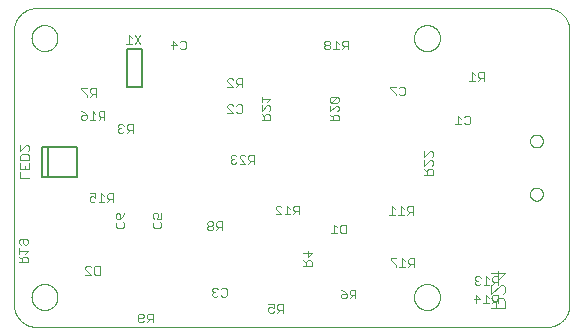
<source format=gbo>
G75*
%MOIN*%
%OFA0B0*%
%FSLAX25Y25*%
%IPPOS*%
%LPD*%
%AMOC8*
5,1,8,0,0,1.08239X$1,22.5*
%
%ADD10C,0.00000*%
%ADD11C,0.00300*%
%ADD12C,0.00500*%
%ADD13C,0.00400*%
D10*
X0114898Y0038933D02*
X0114898Y0130232D01*
X0114900Y0130413D01*
X0114907Y0130594D01*
X0114918Y0130775D01*
X0114933Y0130956D01*
X0114953Y0131136D01*
X0114977Y0131316D01*
X0115005Y0131495D01*
X0115038Y0131673D01*
X0115075Y0131850D01*
X0115116Y0132027D01*
X0115161Y0132202D01*
X0115211Y0132377D01*
X0115265Y0132550D01*
X0115323Y0132721D01*
X0115385Y0132892D01*
X0115452Y0133060D01*
X0115522Y0133227D01*
X0115596Y0133393D01*
X0115675Y0133556D01*
X0115757Y0133717D01*
X0115843Y0133877D01*
X0115933Y0134034D01*
X0116027Y0134189D01*
X0116124Y0134342D01*
X0116226Y0134492D01*
X0116330Y0134640D01*
X0116439Y0134786D01*
X0116550Y0134928D01*
X0116666Y0135068D01*
X0116784Y0135205D01*
X0116906Y0135340D01*
X0117031Y0135471D01*
X0117159Y0135599D01*
X0117290Y0135724D01*
X0117425Y0135846D01*
X0117562Y0135964D01*
X0117702Y0136080D01*
X0117844Y0136191D01*
X0117990Y0136300D01*
X0118138Y0136404D01*
X0118288Y0136506D01*
X0118441Y0136603D01*
X0118596Y0136697D01*
X0118753Y0136787D01*
X0118913Y0136873D01*
X0119074Y0136955D01*
X0119237Y0137034D01*
X0119403Y0137108D01*
X0119570Y0137178D01*
X0119738Y0137245D01*
X0119909Y0137307D01*
X0120080Y0137365D01*
X0120253Y0137419D01*
X0120428Y0137469D01*
X0120603Y0137514D01*
X0120780Y0137555D01*
X0120957Y0137592D01*
X0121135Y0137625D01*
X0121314Y0137653D01*
X0121494Y0137677D01*
X0121674Y0137697D01*
X0121855Y0137712D01*
X0122036Y0137723D01*
X0122217Y0137730D01*
X0122398Y0137732D01*
X0292595Y0137732D01*
X0292776Y0137730D01*
X0292957Y0137723D01*
X0293138Y0137712D01*
X0293319Y0137697D01*
X0293499Y0137677D01*
X0293679Y0137653D01*
X0293858Y0137625D01*
X0294036Y0137592D01*
X0294213Y0137555D01*
X0294390Y0137514D01*
X0294565Y0137469D01*
X0294740Y0137419D01*
X0294913Y0137365D01*
X0295084Y0137307D01*
X0295255Y0137245D01*
X0295423Y0137178D01*
X0295590Y0137108D01*
X0295756Y0137034D01*
X0295919Y0136955D01*
X0296080Y0136873D01*
X0296240Y0136787D01*
X0296397Y0136697D01*
X0296552Y0136603D01*
X0296705Y0136506D01*
X0296855Y0136404D01*
X0297003Y0136300D01*
X0297149Y0136191D01*
X0297291Y0136080D01*
X0297431Y0135964D01*
X0297568Y0135846D01*
X0297703Y0135724D01*
X0297834Y0135599D01*
X0297962Y0135471D01*
X0298087Y0135340D01*
X0298209Y0135205D01*
X0298327Y0135068D01*
X0298443Y0134928D01*
X0298554Y0134786D01*
X0298663Y0134640D01*
X0298767Y0134492D01*
X0298869Y0134342D01*
X0298966Y0134189D01*
X0299060Y0134034D01*
X0299150Y0133877D01*
X0299236Y0133717D01*
X0299318Y0133556D01*
X0299397Y0133393D01*
X0299471Y0133227D01*
X0299541Y0133060D01*
X0299608Y0132892D01*
X0299670Y0132721D01*
X0299728Y0132550D01*
X0299782Y0132377D01*
X0299832Y0132202D01*
X0299877Y0132027D01*
X0299918Y0131850D01*
X0299955Y0131673D01*
X0299988Y0131495D01*
X0300016Y0131316D01*
X0300040Y0131136D01*
X0300060Y0130956D01*
X0300075Y0130775D01*
X0300086Y0130594D01*
X0300093Y0130413D01*
X0300095Y0130232D01*
X0300095Y0038933D01*
X0300093Y0038752D01*
X0300086Y0038571D01*
X0300075Y0038390D01*
X0300060Y0038209D01*
X0300040Y0038029D01*
X0300016Y0037849D01*
X0299988Y0037670D01*
X0299955Y0037492D01*
X0299918Y0037315D01*
X0299877Y0037138D01*
X0299832Y0036963D01*
X0299782Y0036788D01*
X0299728Y0036615D01*
X0299670Y0036444D01*
X0299608Y0036273D01*
X0299541Y0036105D01*
X0299471Y0035938D01*
X0299397Y0035772D01*
X0299318Y0035609D01*
X0299236Y0035448D01*
X0299150Y0035288D01*
X0299060Y0035131D01*
X0298966Y0034976D01*
X0298869Y0034823D01*
X0298767Y0034673D01*
X0298663Y0034525D01*
X0298554Y0034379D01*
X0298443Y0034237D01*
X0298327Y0034097D01*
X0298209Y0033960D01*
X0298087Y0033825D01*
X0297962Y0033694D01*
X0297834Y0033566D01*
X0297703Y0033441D01*
X0297568Y0033319D01*
X0297431Y0033201D01*
X0297291Y0033085D01*
X0297149Y0032974D01*
X0297003Y0032865D01*
X0296855Y0032761D01*
X0296705Y0032659D01*
X0296552Y0032562D01*
X0296397Y0032468D01*
X0296240Y0032378D01*
X0296080Y0032292D01*
X0295919Y0032210D01*
X0295756Y0032131D01*
X0295590Y0032057D01*
X0295423Y0031987D01*
X0295255Y0031920D01*
X0295084Y0031858D01*
X0294913Y0031800D01*
X0294740Y0031746D01*
X0294565Y0031696D01*
X0294390Y0031651D01*
X0294213Y0031610D01*
X0294036Y0031573D01*
X0293858Y0031540D01*
X0293679Y0031512D01*
X0293499Y0031488D01*
X0293319Y0031468D01*
X0293138Y0031453D01*
X0292957Y0031442D01*
X0292776Y0031435D01*
X0292595Y0031433D01*
X0122398Y0031433D01*
X0122217Y0031435D01*
X0122036Y0031442D01*
X0121855Y0031453D01*
X0121674Y0031468D01*
X0121494Y0031488D01*
X0121314Y0031512D01*
X0121135Y0031540D01*
X0120957Y0031573D01*
X0120780Y0031610D01*
X0120603Y0031651D01*
X0120428Y0031696D01*
X0120253Y0031746D01*
X0120080Y0031800D01*
X0119909Y0031858D01*
X0119738Y0031920D01*
X0119570Y0031987D01*
X0119403Y0032057D01*
X0119237Y0032131D01*
X0119074Y0032210D01*
X0118913Y0032292D01*
X0118753Y0032378D01*
X0118596Y0032468D01*
X0118441Y0032562D01*
X0118288Y0032659D01*
X0118138Y0032761D01*
X0117990Y0032865D01*
X0117844Y0032974D01*
X0117702Y0033085D01*
X0117562Y0033201D01*
X0117425Y0033319D01*
X0117290Y0033441D01*
X0117159Y0033566D01*
X0117031Y0033694D01*
X0116906Y0033825D01*
X0116784Y0033960D01*
X0116666Y0034097D01*
X0116550Y0034237D01*
X0116439Y0034379D01*
X0116330Y0034525D01*
X0116226Y0034673D01*
X0116124Y0034823D01*
X0116027Y0034976D01*
X0115933Y0035131D01*
X0115843Y0035288D01*
X0115757Y0035448D01*
X0115675Y0035609D01*
X0115596Y0035772D01*
X0115522Y0035938D01*
X0115452Y0036105D01*
X0115385Y0036273D01*
X0115323Y0036444D01*
X0115265Y0036615D01*
X0115211Y0036788D01*
X0115161Y0036963D01*
X0115116Y0037138D01*
X0115075Y0037315D01*
X0115038Y0037492D01*
X0115005Y0037670D01*
X0114977Y0037849D01*
X0114953Y0038029D01*
X0114933Y0038209D01*
X0114918Y0038390D01*
X0114907Y0038571D01*
X0114900Y0038752D01*
X0114898Y0038933D01*
X0120764Y0041433D02*
X0120766Y0041564D01*
X0120772Y0041696D01*
X0120782Y0041827D01*
X0120796Y0041958D01*
X0120814Y0042088D01*
X0120836Y0042217D01*
X0120861Y0042346D01*
X0120891Y0042474D01*
X0120925Y0042601D01*
X0120962Y0042728D01*
X0121003Y0042852D01*
X0121048Y0042976D01*
X0121097Y0043098D01*
X0121149Y0043219D01*
X0121205Y0043337D01*
X0121265Y0043455D01*
X0121328Y0043570D01*
X0121395Y0043683D01*
X0121465Y0043795D01*
X0121538Y0043904D01*
X0121614Y0044010D01*
X0121694Y0044115D01*
X0121777Y0044217D01*
X0121863Y0044316D01*
X0121952Y0044413D01*
X0122044Y0044507D01*
X0122139Y0044598D01*
X0122236Y0044687D01*
X0122336Y0044772D01*
X0122439Y0044854D01*
X0122544Y0044933D01*
X0122651Y0045009D01*
X0122761Y0045081D01*
X0122873Y0045150D01*
X0122987Y0045216D01*
X0123102Y0045278D01*
X0123220Y0045337D01*
X0123339Y0045392D01*
X0123460Y0045444D01*
X0123583Y0045491D01*
X0123707Y0045535D01*
X0123832Y0045576D01*
X0123958Y0045612D01*
X0124086Y0045645D01*
X0124214Y0045673D01*
X0124343Y0045698D01*
X0124473Y0045719D01*
X0124603Y0045736D01*
X0124734Y0045749D01*
X0124865Y0045758D01*
X0124996Y0045763D01*
X0125128Y0045764D01*
X0125259Y0045761D01*
X0125391Y0045754D01*
X0125522Y0045743D01*
X0125652Y0045728D01*
X0125782Y0045709D01*
X0125912Y0045686D01*
X0126040Y0045660D01*
X0126168Y0045629D01*
X0126295Y0045594D01*
X0126421Y0045556D01*
X0126545Y0045514D01*
X0126669Y0045468D01*
X0126790Y0045418D01*
X0126910Y0045365D01*
X0127029Y0045308D01*
X0127146Y0045248D01*
X0127260Y0045184D01*
X0127373Y0045116D01*
X0127484Y0045045D01*
X0127593Y0044971D01*
X0127699Y0044894D01*
X0127803Y0044813D01*
X0127904Y0044730D01*
X0128003Y0044643D01*
X0128099Y0044553D01*
X0128192Y0044460D01*
X0128283Y0044365D01*
X0128370Y0044267D01*
X0128455Y0044166D01*
X0128536Y0044063D01*
X0128614Y0043957D01*
X0128689Y0043849D01*
X0128761Y0043739D01*
X0128829Y0043627D01*
X0128894Y0043513D01*
X0128955Y0043396D01*
X0129013Y0043278D01*
X0129067Y0043158D01*
X0129118Y0043037D01*
X0129165Y0042914D01*
X0129208Y0042790D01*
X0129247Y0042665D01*
X0129283Y0042538D01*
X0129314Y0042410D01*
X0129342Y0042282D01*
X0129366Y0042153D01*
X0129386Y0042023D01*
X0129402Y0041892D01*
X0129414Y0041761D01*
X0129422Y0041630D01*
X0129426Y0041499D01*
X0129426Y0041367D01*
X0129422Y0041236D01*
X0129414Y0041105D01*
X0129402Y0040974D01*
X0129386Y0040843D01*
X0129366Y0040713D01*
X0129342Y0040584D01*
X0129314Y0040456D01*
X0129283Y0040328D01*
X0129247Y0040201D01*
X0129208Y0040076D01*
X0129165Y0039952D01*
X0129118Y0039829D01*
X0129067Y0039708D01*
X0129013Y0039588D01*
X0128955Y0039470D01*
X0128894Y0039353D01*
X0128829Y0039239D01*
X0128761Y0039127D01*
X0128689Y0039017D01*
X0128614Y0038909D01*
X0128536Y0038803D01*
X0128455Y0038700D01*
X0128370Y0038599D01*
X0128283Y0038501D01*
X0128192Y0038406D01*
X0128099Y0038313D01*
X0128003Y0038223D01*
X0127904Y0038136D01*
X0127803Y0038053D01*
X0127699Y0037972D01*
X0127593Y0037895D01*
X0127484Y0037821D01*
X0127373Y0037750D01*
X0127261Y0037682D01*
X0127146Y0037618D01*
X0127029Y0037558D01*
X0126910Y0037501D01*
X0126790Y0037448D01*
X0126669Y0037398D01*
X0126545Y0037352D01*
X0126421Y0037310D01*
X0126295Y0037272D01*
X0126168Y0037237D01*
X0126040Y0037206D01*
X0125912Y0037180D01*
X0125782Y0037157D01*
X0125652Y0037138D01*
X0125522Y0037123D01*
X0125391Y0037112D01*
X0125259Y0037105D01*
X0125128Y0037102D01*
X0124996Y0037103D01*
X0124865Y0037108D01*
X0124734Y0037117D01*
X0124603Y0037130D01*
X0124473Y0037147D01*
X0124343Y0037168D01*
X0124214Y0037193D01*
X0124086Y0037221D01*
X0123958Y0037254D01*
X0123832Y0037290D01*
X0123707Y0037331D01*
X0123583Y0037375D01*
X0123460Y0037422D01*
X0123339Y0037474D01*
X0123220Y0037529D01*
X0123102Y0037588D01*
X0122987Y0037650D01*
X0122873Y0037716D01*
X0122761Y0037785D01*
X0122651Y0037857D01*
X0122544Y0037933D01*
X0122439Y0038012D01*
X0122336Y0038094D01*
X0122236Y0038179D01*
X0122139Y0038268D01*
X0122044Y0038359D01*
X0121952Y0038453D01*
X0121863Y0038550D01*
X0121777Y0038649D01*
X0121694Y0038751D01*
X0121614Y0038856D01*
X0121538Y0038962D01*
X0121465Y0039071D01*
X0121395Y0039183D01*
X0121328Y0039296D01*
X0121265Y0039411D01*
X0121205Y0039529D01*
X0121149Y0039647D01*
X0121097Y0039768D01*
X0121048Y0039890D01*
X0121003Y0040014D01*
X0120962Y0040138D01*
X0120925Y0040265D01*
X0120891Y0040392D01*
X0120861Y0040520D01*
X0120836Y0040649D01*
X0120814Y0040778D01*
X0120796Y0040908D01*
X0120782Y0041039D01*
X0120772Y0041170D01*
X0120766Y0041302D01*
X0120764Y0041433D01*
X0248264Y0041433D02*
X0248266Y0041564D01*
X0248272Y0041696D01*
X0248282Y0041827D01*
X0248296Y0041958D01*
X0248314Y0042088D01*
X0248336Y0042217D01*
X0248361Y0042346D01*
X0248391Y0042474D01*
X0248425Y0042601D01*
X0248462Y0042728D01*
X0248503Y0042852D01*
X0248548Y0042976D01*
X0248597Y0043098D01*
X0248649Y0043219D01*
X0248705Y0043337D01*
X0248765Y0043455D01*
X0248828Y0043570D01*
X0248895Y0043683D01*
X0248965Y0043795D01*
X0249038Y0043904D01*
X0249114Y0044010D01*
X0249194Y0044115D01*
X0249277Y0044217D01*
X0249363Y0044316D01*
X0249452Y0044413D01*
X0249544Y0044507D01*
X0249639Y0044598D01*
X0249736Y0044687D01*
X0249836Y0044772D01*
X0249939Y0044854D01*
X0250044Y0044933D01*
X0250151Y0045009D01*
X0250261Y0045081D01*
X0250373Y0045150D01*
X0250487Y0045216D01*
X0250602Y0045278D01*
X0250720Y0045337D01*
X0250839Y0045392D01*
X0250960Y0045444D01*
X0251083Y0045491D01*
X0251207Y0045535D01*
X0251332Y0045576D01*
X0251458Y0045612D01*
X0251586Y0045645D01*
X0251714Y0045673D01*
X0251843Y0045698D01*
X0251973Y0045719D01*
X0252103Y0045736D01*
X0252234Y0045749D01*
X0252365Y0045758D01*
X0252496Y0045763D01*
X0252628Y0045764D01*
X0252759Y0045761D01*
X0252891Y0045754D01*
X0253022Y0045743D01*
X0253152Y0045728D01*
X0253282Y0045709D01*
X0253412Y0045686D01*
X0253540Y0045660D01*
X0253668Y0045629D01*
X0253795Y0045594D01*
X0253921Y0045556D01*
X0254045Y0045514D01*
X0254169Y0045468D01*
X0254290Y0045418D01*
X0254410Y0045365D01*
X0254529Y0045308D01*
X0254646Y0045248D01*
X0254760Y0045184D01*
X0254873Y0045116D01*
X0254984Y0045045D01*
X0255093Y0044971D01*
X0255199Y0044894D01*
X0255303Y0044813D01*
X0255404Y0044730D01*
X0255503Y0044643D01*
X0255599Y0044553D01*
X0255692Y0044460D01*
X0255783Y0044365D01*
X0255870Y0044267D01*
X0255955Y0044166D01*
X0256036Y0044063D01*
X0256114Y0043957D01*
X0256189Y0043849D01*
X0256261Y0043739D01*
X0256329Y0043627D01*
X0256394Y0043513D01*
X0256455Y0043396D01*
X0256513Y0043278D01*
X0256567Y0043158D01*
X0256618Y0043037D01*
X0256665Y0042914D01*
X0256708Y0042790D01*
X0256747Y0042665D01*
X0256783Y0042538D01*
X0256814Y0042410D01*
X0256842Y0042282D01*
X0256866Y0042153D01*
X0256886Y0042023D01*
X0256902Y0041892D01*
X0256914Y0041761D01*
X0256922Y0041630D01*
X0256926Y0041499D01*
X0256926Y0041367D01*
X0256922Y0041236D01*
X0256914Y0041105D01*
X0256902Y0040974D01*
X0256886Y0040843D01*
X0256866Y0040713D01*
X0256842Y0040584D01*
X0256814Y0040456D01*
X0256783Y0040328D01*
X0256747Y0040201D01*
X0256708Y0040076D01*
X0256665Y0039952D01*
X0256618Y0039829D01*
X0256567Y0039708D01*
X0256513Y0039588D01*
X0256455Y0039470D01*
X0256394Y0039353D01*
X0256329Y0039239D01*
X0256261Y0039127D01*
X0256189Y0039017D01*
X0256114Y0038909D01*
X0256036Y0038803D01*
X0255955Y0038700D01*
X0255870Y0038599D01*
X0255783Y0038501D01*
X0255692Y0038406D01*
X0255599Y0038313D01*
X0255503Y0038223D01*
X0255404Y0038136D01*
X0255303Y0038053D01*
X0255199Y0037972D01*
X0255093Y0037895D01*
X0254984Y0037821D01*
X0254873Y0037750D01*
X0254761Y0037682D01*
X0254646Y0037618D01*
X0254529Y0037558D01*
X0254410Y0037501D01*
X0254290Y0037448D01*
X0254169Y0037398D01*
X0254045Y0037352D01*
X0253921Y0037310D01*
X0253795Y0037272D01*
X0253668Y0037237D01*
X0253540Y0037206D01*
X0253412Y0037180D01*
X0253282Y0037157D01*
X0253152Y0037138D01*
X0253022Y0037123D01*
X0252891Y0037112D01*
X0252759Y0037105D01*
X0252628Y0037102D01*
X0252496Y0037103D01*
X0252365Y0037108D01*
X0252234Y0037117D01*
X0252103Y0037130D01*
X0251973Y0037147D01*
X0251843Y0037168D01*
X0251714Y0037193D01*
X0251586Y0037221D01*
X0251458Y0037254D01*
X0251332Y0037290D01*
X0251207Y0037331D01*
X0251083Y0037375D01*
X0250960Y0037422D01*
X0250839Y0037474D01*
X0250720Y0037529D01*
X0250602Y0037588D01*
X0250487Y0037650D01*
X0250373Y0037716D01*
X0250261Y0037785D01*
X0250151Y0037857D01*
X0250044Y0037933D01*
X0249939Y0038012D01*
X0249836Y0038094D01*
X0249736Y0038179D01*
X0249639Y0038268D01*
X0249544Y0038359D01*
X0249452Y0038453D01*
X0249363Y0038550D01*
X0249277Y0038649D01*
X0249194Y0038751D01*
X0249114Y0038856D01*
X0249038Y0038962D01*
X0248965Y0039071D01*
X0248895Y0039183D01*
X0248828Y0039296D01*
X0248765Y0039411D01*
X0248705Y0039529D01*
X0248649Y0039647D01*
X0248597Y0039768D01*
X0248548Y0039890D01*
X0248503Y0040014D01*
X0248462Y0040138D01*
X0248425Y0040265D01*
X0248391Y0040392D01*
X0248361Y0040520D01*
X0248336Y0040649D01*
X0248314Y0040778D01*
X0248296Y0040908D01*
X0248282Y0041039D01*
X0248272Y0041170D01*
X0248266Y0041302D01*
X0248264Y0041433D01*
X0286907Y0075724D02*
X0286909Y0075817D01*
X0286915Y0075909D01*
X0286925Y0076001D01*
X0286939Y0076092D01*
X0286956Y0076183D01*
X0286978Y0076273D01*
X0287003Y0076362D01*
X0287032Y0076450D01*
X0287065Y0076536D01*
X0287102Y0076621D01*
X0287142Y0076705D01*
X0287186Y0076786D01*
X0287233Y0076866D01*
X0287283Y0076944D01*
X0287337Y0077019D01*
X0287394Y0077092D01*
X0287454Y0077162D01*
X0287517Y0077230D01*
X0287583Y0077295D01*
X0287651Y0077357D01*
X0287722Y0077417D01*
X0287796Y0077473D01*
X0287872Y0077526D01*
X0287950Y0077575D01*
X0288030Y0077622D01*
X0288112Y0077664D01*
X0288196Y0077704D01*
X0288281Y0077739D01*
X0288368Y0077771D01*
X0288456Y0077800D01*
X0288545Y0077824D01*
X0288635Y0077845D01*
X0288726Y0077861D01*
X0288818Y0077874D01*
X0288910Y0077883D01*
X0289003Y0077888D01*
X0289095Y0077889D01*
X0289188Y0077886D01*
X0289280Y0077879D01*
X0289372Y0077868D01*
X0289463Y0077853D01*
X0289554Y0077835D01*
X0289644Y0077812D01*
X0289732Y0077786D01*
X0289820Y0077756D01*
X0289906Y0077722D01*
X0289990Y0077685D01*
X0290073Y0077643D01*
X0290154Y0077599D01*
X0290234Y0077551D01*
X0290311Y0077500D01*
X0290385Y0077445D01*
X0290458Y0077387D01*
X0290528Y0077327D01*
X0290595Y0077263D01*
X0290659Y0077197D01*
X0290721Y0077127D01*
X0290779Y0077056D01*
X0290834Y0076982D01*
X0290886Y0076905D01*
X0290935Y0076826D01*
X0290981Y0076746D01*
X0291023Y0076663D01*
X0291061Y0076579D01*
X0291096Y0076493D01*
X0291127Y0076406D01*
X0291154Y0076318D01*
X0291177Y0076228D01*
X0291197Y0076138D01*
X0291213Y0076047D01*
X0291225Y0075955D01*
X0291233Y0075863D01*
X0291237Y0075770D01*
X0291237Y0075678D01*
X0291233Y0075585D01*
X0291225Y0075493D01*
X0291213Y0075401D01*
X0291197Y0075310D01*
X0291177Y0075220D01*
X0291154Y0075130D01*
X0291127Y0075042D01*
X0291096Y0074955D01*
X0291061Y0074869D01*
X0291023Y0074785D01*
X0290981Y0074702D01*
X0290935Y0074622D01*
X0290886Y0074543D01*
X0290834Y0074466D01*
X0290779Y0074392D01*
X0290721Y0074321D01*
X0290659Y0074251D01*
X0290595Y0074185D01*
X0290528Y0074121D01*
X0290458Y0074061D01*
X0290385Y0074003D01*
X0290311Y0073948D01*
X0290234Y0073897D01*
X0290155Y0073849D01*
X0290073Y0073805D01*
X0289990Y0073763D01*
X0289906Y0073726D01*
X0289820Y0073692D01*
X0289732Y0073662D01*
X0289644Y0073636D01*
X0289554Y0073613D01*
X0289463Y0073595D01*
X0289372Y0073580D01*
X0289280Y0073569D01*
X0289188Y0073562D01*
X0289095Y0073559D01*
X0289003Y0073560D01*
X0288910Y0073565D01*
X0288818Y0073574D01*
X0288726Y0073587D01*
X0288635Y0073603D01*
X0288545Y0073624D01*
X0288456Y0073648D01*
X0288368Y0073677D01*
X0288281Y0073709D01*
X0288196Y0073744D01*
X0288112Y0073784D01*
X0288030Y0073826D01*
X0287950Y0073873D01*
X0287872Y0073922D01*
X0287796Y0073975D01*
X0287722Y0074031D01*
X0287651Y0074091D01*
X0287583Y0074153D01*
X0287517Y0074218D01*
X0287454Y0074286D01*
X0287394Y0074356D01*
X0287337Y0074429D01*
X0287283Y0074504D01*
X0287233Y0074582D01*
X0287186Y0074662D01*
X0287142Y0074743D01*
X0287102Y0074827D01*
X0287065Y0074912D01*
X0287032Y0074998D01*
X0287003Y0075086D01*
X0286978Y0075175D01*
X0286956Y0075265D01*
X0286939Y0075356D01*
X0286925Y0075447D01*
X0286915Y0075539D01*
X0286909Y0075631D01*
X0286907Y0075724D01*
X0286907Y0093441D02*
X0286909Y0093534D01*
X0286915Y0093626D01*
X0286925Y0093718D01*
X0286939Y0093809D01*
X0286956Y0093900D01*
X0286978Y0093990D01*
X0287003Y0094079D01*
X0287032Y0094167D01*
X0287065Y0094253D01*
X0287102Y0094338D01*
X0287142Y0094422D01*
X0287186Y0094503D01*
X0287233Y0094583D01*
X0287283Y0094661D01*
X0287337Y0094736D01*
X0287394Y0094809D01*
X0287454Y0094879D01*
X0287517Y0094947D01*
X0287583Y0095012D01*
X0287651Y0095074D01*
X0287722Y0095134D01*
X0287796Y0095190D01*
X0287872Y0095243D01*
X0287950Y0095292D01*
X0288030Y0095339D01*
X0288112Y0095381D01*
X0288196Y0095421D01*
X0288281Y0095456D01*
X0288368Y0095488D01*
X0288456Y0095517D01*
X0288545Y0095541D01*
X0288635Y0095562D01*
X0288726Y0095578D01*
X0288818Y0095591D01*
X0288910Y0095600D01*
X0289003Y0095605D01*
X0289095Y0095606D01*
X0289188Y0095603D01*
X0289280Y0095596D01*
X0289372Y0095585D01*
X0289463Y0095570D01*
X0289554Y0095552D01*
X0289644Y0095529D01*
X0289732Y0095503D01*
X0289820Y0095473D01*
X0289906Y0095439D01*
X0289990Y0095402D01*
X0290073Y0095360D01*
X0290154Y0095316D01*
X0290234Y0095268D01*
X0290311Y0095217D01*
X0290385Y0095162D01*
X0290458Y0095104D01*
X0290528Y0095044D01*
X0290595Y0094980D01*
X0290659Y0094914D01*
X0290721Y0094844D01*
X0290779Y0094773D01*
X0290834Y0094699D01*
X0290886Y0094622D01*
X0290935Y0094543D01*
X0290981Y0094463D01*
X0291023Y0094380D01*
X0291061Y0094296D01*
X0291096Y0094210D01*
X0291127Y0094123D01*
X0291154Y0094035D01*
X0291177Y0093945D01*
X0291197Y0093855D01*
X0291213Y0093764D01*
X0291225Y0093672D01*
X0291233Y0093580D01*
X0291237Y0093487D01*
X0291237Y0093395D01*
X0291233Y0093302D01*
X0291225Y0093210D01*
X0291213Y0093118D01*
X0291197Y0093027D01*
X0291177Y0092937D01*
X0291154Y0092847D01*
X0291127Y0092759D01*
X0291096Y0092672D01*
X0291061Y0092586D01*
X0291023Y0092502D01*
X0290981Y0092419D01*
X0290935Y0092339D01*
X0290886Y0092260D01*
X0290834Y0092183D01*
X0290779Y0092109D01*
X0290721Y0092038D01*
X0290659Y0091968D01*
X0290595Y0091902D01*
X0290528Y0091838D01*
X0290458Y0091778D01*
X0290385Y0091720D01*
X0290311Y0091665D01*
X0290234Y0091614D01*
X0290155Y0091566D01*
X0290073Y0091522D01*
X0289990Y0091480D01*
X0289906Y0091443D01*
X0289820Y0091409D01*
X0289732Y0091379D01*
X0289644Y0091353D01*
X0289554Y0091330D01*
X0289463Y0091312D01*
X0289372Y0091297D01*
X0289280Y0091286D01*
X0289188Y0091279D01*
X0289095Y0091276D01*
X0289003Y0091277D01*
X0288910Y0091282D01*
X0288818Y0091291D01*
X0288726Y0091304D01*
X0288635Y0091320D01*
X0288545Y0091341D01*
X0288456Y0091365D01*
X0288368Y0091394D01*
X0288281Y0091426D01*
X0288196Y0091461D01*
X0288112Y0091501D01*
X0288030Y0091543D01*
X0287950Y0091590D01*
X0287872Y0091639D01*
X0287796Y0091692D01*
X0287722Y0091748D01*
X0287651Y0091808D01*
X0287583Y0091870D01*
X0287517Y0091935D01*
X0287454Y0092003D01*
X0287394Y0092073D01*
X0287337Y0092146D01*
X0287283Y0092221D01*
X0287233Y0092299D01*
X0287186Y0092379D01*
X0287142Y0092460D01*
X0287102Y0092544D01*
X0287065Y0092629D01*
X0287032Y0092715D01*
X0287003Y0092803D01*
X0286978Y0092892D01*
X0286956Y0092982D01*
X0286939Y0093073D01*
X0286925Y0093164D01*
X0286915Y0093256D01*
X0286909Y0093348D01*
X0286907Y0093441D01*
X0248264Y0127732D02*
X0248266Y0127863D01*
X0248272Y0127995D01*
X0248282Y0128126D01*
X0248296Y0128257D01*
X0248314Y0128387D01*
X0248336Y0128516D01*
X0248361Y0128645D01*
X0248391Y0128773D01*
X0248425Y0128900D01*
X0248462Y0129027D01*
X0248503Y0129151D01*
X0248548Y0129275D01*
X0248597Y0129397D01*
X0248649Y0129518D01*
X0248705Y0129636D01*
X0248765Y0129754D01*
X0248828Y0129869D01*
X0248895Y0129982D01*
X0248965Y0130094D01*
X0249038Y0130203D01*
X0249114Y0130309D01*
X0249194Y0130414D01*
X0249277Y0130516D01*
X0249363Y0130615D01*
X0249452Y0130712D01*
X0249544Y0130806D01*
X0249639Y0130897D01*
X0249736Y0130986D01*
X0249836Y0131071D01*
X0249939Y0131153D01*
X0250044Y0131232D01*
X0250151Y0131308D01*
X0250261Y0131380D01*
X0250373Y0131449D01*
X0250487Y0131515D01*
X0250602Y0131577D01*
X0250720Y0131636D01*
X0250839Y0131691D01*
X0250960Y0131743D01*
X0251083Y0131790D01*
X0251207Y0131834D01*
X0251332Y0131875D01*
X0251458Y0131911D01*
X0251586Y0131944D01*
X0251714Y0131972D01*
X0251843Y0131997D01*
X0251973Y0132018D01*
X0252103Y0132035D01*
X0252234Y0132048D01*
X0252365Y0132057D01*
X0252496Y0132062D01*
X0252628Y0132063D01*
X0252759Y0132060D01*
X0252891Y0132053D01*
X0253022Y0132042D01*
X0253152Y0132027D01*
X0253282Y0132008D01*
X0253412Y0131985D01*
X0253540Y0131959D01*
X0253668Y0131928D01*
X0253795Y0131893D01*
X0253921Y0131855D01*
X0254045Y0131813D01*
X0254169Y0131767D01*
X0254290Y0131717D01*
X0254410Y0131664D01*
X0254529Y0131607D01*
X0254646Y0131547D01*
X0254760Y0131483D01*
X0254873Y0131415D01*
X0254984Y0131344D01*
X0255093Y0131270D01*
X0255199Y0131193D01*
X0255303Y0131112D01*
X0255404Y0131029D01*
X0255503Y0130942D01*
X0255599Y0130852D01*
X0255692Y0130759D01*
X0255783Y0130664D01*
X0255870Y0130566D01*
X0255955Y0130465D01*
X0256036Y0130362D01*
X0256114Y0130256D01*
X0256189Y0130148D01*
X0256261Y0130038D01*
X0256329Y0129926D01*
X0256394Y0129812D01*
X0256455Y0129695D01*
X0256513Y0129577D01*
X0256567Y0129457D01*
X0256618Y0129336D01*
X0256665Y0129213D01*
X0256708Y0129089D01*
X0256747Y0128964D01*
X0256783Y0128837D01*
X0256814Y0128709D01*
X0256842Y0128581D01*
X0256866Y0128452D01*
X0256886Y0128322D01*
X0256902Y0128191D01*
X0256914Y0128060D01*
X0256922Y0127929D01*
X0256926Y0127798D01*
X0256926Y0127666D01*
X0256922Y0127535D01*
X0256914Y0127404D01*
X0256902Y0127273D01*
X0256886Y0127142D01*
X0256866Y0127012D01*
X0256842Y0126883D01*
X0256814Y0126755D01*
X0256783Y0126627D01*
X0256747Y0126500D01*
X0256708Y0126375D01*
X0256665Y0126251D01*
X0256618Y0126128D01*
X0256567Y0126007D01*
X0256513Y0125887D01*
X0256455Y0125769D01*
X0256394Y0125652D01*
X0256329Y0125538D01*
X0256261Y0125426D01*
X0256189Y0125316D01*
X0256114Y0125208D01*
X0256036Y0125102D01*
X0255955Y0124999D01*
X0255870Y0124898D01*
X0255783Y0124800D01*
X0255692Y0124705D01*
X0255599Y0124612D01*
X0255503Y0124522D01*
X0255404Y0124435D01*
X0255303Y0124352D01*
X0255199Y0124271D01*
X0255093Y0124194D01*
X0254984Y0124120D01*
X0254873Y0124049D01*
X0254761Y0123981D01*
X0254646Y0123917D01*
X0254529Y0123857D01*
X0254410Y0123800D01*
X0254290Y0123747D01*
X0254169Y0123697D01*
X0254045Y0123651D01*
X0253921Y0123609D01*
X0253795Y0123571D01*
X0253668Y0123536D01*
X0253540Y0123505D01*
X0253412Y0123479D01*
X0253282Y0123456D01*
X0253152Y0123437D01*
X0253022Y0123422D01*
X0252891Y0123411D01*
X0252759Y0123404D01*
X0252628Y0123401D01*
X0252496Y0123402D01*
X0252365Y0123407D01*
X0252234Y0123416D01*
X0252103Y0123429D01*
X0251973Y0123446D01*
X0251843Y0123467D01*
X0251714Y0123492D01*
X0251586Y0123520D01*
X0251458Y0123553D01*
X0251332Y0123589D01*
X0251207Y0123630D01*
X0251083Y0123674D01*
X0250960Y0123721D01*
X0250839Y0123773D01*
X0250720Y0123828D01*
X0250602Y0123887D01*
X0250487Y0123949D01*
X0250373Y0124015D01*
X0250261Y0124084D01*
X0250151Y0124156D01*
X0250044Y0124232D01*
X0249939Y0124311D01*
X0249836Y0124393D01*
X0249736Y0124478D01*
X0249639Y0124567D01*
X0249544Y0124658D01*
X0249452Y0124752D01*
X0249363Y0124849D01*
X0249277Y0124948D01*
X0249194Y0125050D01*
X0249114Y0125155D01*
X0249038Y0125261D01*
X0248965Y0125370D01*
X0248895Y0125482D01*
X0248828Y0125595D01*
X0248765Y0125710D01*
X0248705Y0125828D01*
X0248649Y0125946D01*
X0248597Y0126067D01*
X0248548Y0126189D01*
X0248503Y0126313D01*
X0248462Y0126437D01*
X0248425Y0126564D01*
X0248391Y0126691D01*
X0248361Y0126819D01*
X0248336Y0126948D01*
X0248314Y0127077D01*
X0248296Y0127207D01*
X0248282Y0127338D01*
X0248272Y0127469D01*
X0248266Y0127601D01*
X0248264Y0127732D01*
X0120764Y0127732D02*
X0120766Y0127863D01*
X0120772Y0127995D01*
X0120782Y0128126D01*
X0120796Y0128257D01*
X0120814Y0128387D01*
X0120836Y0128516D01*
X0120861Y0128645D01*
X0120891Y0128773D01*
X0120925Y0128900D01*
X0120962Y0129027D01*
X0121003Y0129151D01*
X0121048Y0129275D01*
X0121097Y0129397D01*
X0121149Y0129518D01*
X0121205Y0129636D01*
X0121265Y0129754D01*
X0121328Y0129869D01*
X0121395Y0129982D01*
X0121465Y0130094D01*
X0121538Y0130203D01*
X0121614Y0130309D01*
X0121694Y0130414D01*
X0121777Y0130516D01*
X0121863Y0130615D01*
X0121952Y0130712D01*
X0122044Y0130806D01*
X0122139Y0130897D01*
X0122236Y0130986D01*
X0122336Y0131071D01*
X0122439Y0131153D01*
X0122544Y0131232D01*
X0122651Y0131308D01*
X0122761Y0131380D01*
X0122873Y0131449D01*
X0122987Y0131515D01*
X0123102Y0131577D01*
X0123220Y0131636D01*
X0123339Y0131691D01*
X0123460Y0131743D01*
X0123583Y0131790D01*
X0123707Y0131834D01*
X0123832Y0131875D01*
X0123958Y0131911D01*
X0124086Y0131944D01*
X0124214Y0131972D01*
X0124343Y0131997D01*
X0124473Y0132018D01*
X0124603Y0132035D01*
X0124734Y0132048D01*
X0124865Y0132057D01*
X0124996Y0132062D01*
X0125128Y0132063D01*
X0125259Y0132060D01*
X0125391Y0132053D01*
X0125522Y0132042D01*
X0125652Y0132027D01*
X0125782Y0132008D01*
X0125912Y0131985D01*
X0126040Y0131959D01*
X0126168Y0131928D01*
X0126295Y0131893D01*
X0126421Y0131855D01*
X0126545Y0131813D01*
X0126669Y0131767D01*
X0126790Y0131717D01*
X0126910Y0131664D01*
X0127029Y0131607D01*
X0127146Y0131547D01*
X0127260Y0131483D01*
X0127373Y0131415D01*
X0127484Y0131344D01*
X0127593Y0131270D01*
X0127699Y0131193D01*
X0127803Y0131112D01*
X0127904Y0131029D01*
X0128003Y0130942D01*
X0128099Y0130852D01*
X0128192Y0130759D01*
X0128283Y0130664D01*
X0128370Y0130566D01*
X0128455Y0130465D01*
X0128536Y0130362D01*
X0128614Y0130256D01*
X0128689Y0130148D01*
X0128761Y0130038D01*
X0128829Y0129926D01*
X0128894Y0129812D01*
X0128955Y0129695D01*
X0129013Y0129577D01*
X0129067Y0129457D01*
X0129118Y0129336D01*
X0129165Y0129213D01*
X0129208Y0129089D01*
X0129247Y0128964D01*
X0129283Y0128837D01*
X0129314Y0128709D01*
X0129342Y0128581D01*
X0129366Y0128452D01*
X0129386Y0128322D01*
X0129402Y0128191D01*
X0129414Y0128060D01*
X0129422Y0127929D01*
X0129426Y0127798D01*
X0129426Y0127666D01*
X0129422Y0127535D01*
X0129414Y0127404D01*
X0129402Y0127273D01*
X0129386Y0127142D01*
X0129366Y0127012D01*
X0129342Y0126883D01*
X0129314Y0126755D01*
X0129283Y0126627D01*
X0129247Y0126500D01*
X0129208Y0126375D01*
X0129165Y0126251D01*
X0129118Y0126128D01*
X0129067Y0126007D01*
X0129013Y0125887D01*
X0128955Y0125769D01*
X0128894Y0125652D01*
X0128829Y0125538D01*
X0128761Y0125426D01*
X0128689Y0125316D01*
X0128614Y0125208D01*
X0128536Y0125102D01*
X0128455Y0124999D01*
X0128370Y0124898D01*
X0128283Y0124800D01*
X0128192Y0124705D01*
X0128099Y0124612D01*
X0128003Y0124522D01*
X0127904Y0124435D01*
X0127803Y0124352D01*
X0127699Y0124271D01*
X0127593Y0124194D01*
X0127484Y0124120D01*
X0127373Y0124049D01*
X0127261Y0123981D01*
X0127146Y0123917D01*
X0127029Y0123857D01*
X0126910Y0123800D01*
X0126790Y0123747D01*
X0126669Y0123697D01*
X0126545Y0123651D01*
X0126421Y0123609D01*
X0126295Y0123571D01*
X0126168Y0123536D01*
X0126040Y0123505D01*
X0125912Y0123479D01*
X0125782Y0123456D01*
X0125652Y0123437D01*
X0125522Y0123422D01*
X0125391Y0123411D01*
X0125259Y0123404D01*
X0125128Y0123401D01*
X0124996Y0123402D01*
X0124865Y0123407D01*
X0124734Y0123416D01*
X0124603Y0123429D01*
X0124473Y0123446D01*
X0124343Y0123467D01*
X0124214Y0123492D01*
X0124086Y0123520D01*
X0123958Y0123553D01*
X0123832Y0123589D01*
X0123707Y0123630D01*
X0123583Y0123674D01*
X0123460Y0123721D01*
X0123339Y0123773D01*
X0123220Y0123828D01*
X0123102Y0123887D01*
X0122987Y0123949D01*
X0122873Y0124015D01*
X0122761Y0124084D01*
X0122651Y0124156D01*
X0122544Y0124232D01*
X0122439Y0124311D01*
X0122336Y0124393D01*
X0122236Y0124478D01*
X0122139Y0124567D01*
X0122044Y0124658D01*
X0121952Y0124752D01*
X0121863Y0124849D01*
X0121777Y0124948D01*
X0121694Y0125050D01*
X0121614Y0125155D01*
X0121538Y0125261D01*
X0121465Y0125370D01*
X0121395Y0125482D01*
X0121328Y0125595D01*
X0121265Y0125710D01*
X0121205Y0125828D01*
X0121149Y0125946D01*
X0121097Y0126067D01*
X0121048Y0126189D01*
X0121003Y0126313D01*
X0120962Y0126437D01*
X0120925Y0126564D01*
X0120891Y0126691D01*
X0120861Y0126819D01*
X0120836Y0126948D01*
X0120814Y0127077D01*
X0120796Y0127207D01*
X0120782Y0127338D01*
X0120772Y0127469D01*
X0120766Y0127601D01*
X0120764Y0127732D01*
D11*
X0152207Y0125883D02*
X0154142Y0125883D01*
X0153174Y0125883D02*
X0153174Y0128786D01*
X0154142Y0127818D01*
X0155153Y0128786D02*
X0157088Y0125883D01*
X0155153Y0125883D02*
X0157088Y0128786D01*
X0167307Y0125434D02*
X0169242Y0125434D01*
X0167790Y0126886D01*
X0167790Y0123983D01*
X0170253Y0124467D02*
X0170737Y0123983D01*
X0171704Y0123983D01*
X0172188Y0124467D01*
X0172188Y0126402D01*
X0171704Y0126886D01*
X0170737Y0126886D01*
X0170253Y0126402D01*
X0186064Y0113852D02*
X0186547Y0114336D01*
X0187515Y0114336D01*
X0187999Y0113852D01*
X0189010Y0113852D02*
X0189010Y0112884D01*
X0189494Y0112401D01*
X0190945Y0112401D01*
X0189978Y0112401D02*
X0189010Y0111433D01*
X0187999Y0111433D02*
X0186064Y0113368D01*
X0186064Y0113852D01*
X0189010Y0113852D02*
X0189494Y0114336D01*
X0190945Y0114336D01*
X0190945Y0111433D01*
X0187999Y0111433D02*
X0186064Y0111433D01*
X0197445Y0108261D02*
X0197445Y0106326D01*
X0197445Y0107294D02*
X0200348Y0107294D01*
X0199380Y0106326D01*
X0199380Y0105315D02*
X0199864Y0105315D01*
X0200348Y0104831D01*
X0200348Y0103863D01*
X0199864Y0103380D01*
X0199864Y0102368D02*
X0198896Y0102368D01*
X0198413Y0101884D01*
X0198413Y0100433D01*
X0198413Y0101401D02*
X0197445Y0102368D01*
X0197445Y0103380D02*
X0199380Y0105315D01*
X0197445Y0105315D02*
X0197445Y0103380D01*
X0199864Y0102368D02*
X0200348Y0101884D01*
X0200348Y0100433D01*
X0197445Y0100433D01*
X0190945Y0103267D02*
X0190461Y0102783D01*
X0189494Y0102783D01*
X0189010Y0103267D01*
X0187999Y0102783D02*
X0186064Y0104718D01*
X0186064Y0105202D01*
X0186547Y0105686D01*
X0187515Y0105686D01*
X0187999Y0105202D01*
X0189010Y0105202D02*
X0189494Y0105686D01*
X0190461Y0105686D01*
X0190945Y0105202D01*
X0190945Y0103267D01*
X0187999Y0102783D02*
X0186064Y0102783D01*
X0154445Y0099086D02*
X0154445Y0096183D01*
X0154445Y0097151D02*
X0152994Y0097151D01*
X0152510Y0097634D01*
X0152510Y0098602D01*
X0152994Y0099086D01*
X0154445Y0099086D01*
X0153478Y0097151D02*
X0152510Y0096183D01*
X0151499Y0096667D02*
X0151015Y0096183D01*
X0150047Y0096183D01*
X0149564Y0096667D01*
X0149564Y0097151D01*
X0150047Y0097634D01*
X0150531Y0097634D01*
X0150047Y0097634D02*
X0149564Y0098118D01*
X0149564Y0098602D01*
X0150047Y0099086D01*
X0151015Y0099086D01*
X0151499Y0098602D01*
X0145035Y0100533D02*
X0145035Y0103436D01*
X0143583Y0103436D01*
X0143100Y0102952D01*
X0143100Y0101984D01*
X0143583Y0101501D01*
X0145035Y0101501D01*
X0144067Y0101501D02*
X0143100Y0100533D01*
X0142088Y0100533D02*
X0140153Y0100533D01*
X0141121Y0100533D02*
X0141121Y0103436D01*
X0142088Y0102468D01*
X0139142Y0101984D02*
X0137690Y0101984D01*
X0137207Y0101501D01*
X0137207Y0101017D01*
X0137690Y0100533D01*
X0138658Y0100533D01*
X0139142Y0101017D01*
X0139142Y0101984D01*
X0138174Y0102952D01*
X0137207Y0103436D01*
X0139342Y0108233D02*
X0139342Y0108717D01*
X0137407Y0110652D01*
X0137407Y0111136D01*
X0139342Y0111136D01*
X0140353Y0110652D02*
X0140353Y0109684D01*
X0140837Y0109201D01*
X0142288Y0109201D01*
X0141321Y0109201D02*
X0140353Y0108233D01*
X0142288Y0108233D02*
X0142288Y0111136D01*
X0140837Y0111136D01*
X0140353Y0110652D01*
X0119998Y0091474D02*
X0119998Y0090506D01*
X0119514Y0090023D01*
X0119514Y0089011D02*
X0117579Y0089011D01*
X0117095Y0088527D01*
X0117095Y0087076D01*
X0119998Y0087076D01*
X0119998Y0088527D01*
X0119514Y0089011D01*
X0117095Y0090023D02*
X0119030Y0091958D01*
X0119514Y0091958D01*
X0119998Y0091474D01*
X0117095Y0091958D02*
X0117095Y0090023D01*
X0117095Y0086065D02*
X0117095Y0084130D01*
X0119998Y0084130D01*
X0119998Y0086065D01*
X0118546Y0085097D02*
X0118546Y0084130D01*
X0117095Y0083118D02*
X0117095Y0081183D01*
X0119998Y0081183D01*
X0140157Y0075986D02*
X0142092Y0075986D01*
X0142092Y0074534D01*
X0141124Y0075018D01*
X0140640Y0075018D01*
X0140157Y0074534D01*
X0140157Y0073567D01*
X0140640Y0073083D01*
X0141608Y0073083D01*
X0142092Y0073567D01*
X0143103Y0073083D02*
X0145038Y0073083D01*
X0144071Y0073083D02*
X0144071Y0075986D01*
X0145038Y0075018D01*
X0146050Y0074534D02*
X0146533Y0074051D01*
X0147985Y0074051D01*
X0147017Y0074051D02*
X0146050Y0073083D01*
X0146050Y0074534D02*
X0146050Y0075502D01*
X0146533Y0075986D01*
X0147985Y0075986D01*
X0147985Y0073083D01*
X0149329Y0069372D02*
X0149813Y0069372D01*
X0150296Y0068888D01*
X0150296Y0067437D01*
X0149329Y0067437D01*
X0148845Y0067920D01*
X0148845Y0068888D01*
X0149329Y0069372D01*
X0151264Y0068404D02*
X0150296Y0067437D01*
X0151264Y0068404D02*
X0151748Y0069372D01*
X0151264Y0066425D02*
X0151748Y0065941D01*
X0151748Y0064974D01*
X0151264Y0064490D01*
X0149329Y0064490D01*
X0148845Y0064974D01*
X0148845Y0065941D01*
X0149329Y0066425D01*
X0161145Y0066041D02*
X0161145Y0065074D01*
X0161629Y0064590D01*
X0163564Y0064590D01*
X0164048Y0065074D01*
X0164048Y0066041D01*
X0163564Y0066525D01*
X0164048Y0067537D02*
X0162596Y0067537D01*
X0163080Y0068504D01*
X0163080Y0068988D01*
X0162596Y0069472D01*
X0161629Y0069472D01*
X0161145Y0068988D01*
X0161145Y0068020D01*
X0161629Y0067537D01*
X0161629Y0066525D02*
X0161145Y0066041D01*
X0164048Y0067537D02*
X0164048Y0069472D01*
X0179364Y0066202D02*
X0179364Y0065718D01*
X0179847Y0065234D01*
X0180815Y0065234D01*
X0181299Y0065718D01*
X0181299Y0066202D01*
X0180815Y0066686D01*
X0179847Y0066686D01*
X0179364Y0066202D01*
X0179847Y0065234D02*
X0179364Y0064751D01*
X0179364Y0064267D01*
X0179847Y0063783D01*
X0180815Y0063783D01*
X0181299Y0064267D01*
X0181299Y0064751D01*
X0180815Y0065234D01*
X0182310Y0065234D02*
X0182794Y0064751D01*
X0184245Y0064751D01*
X0183278Y0064751D02*
X0182310Y0063783D01*
X0182310Y0065234D02*
X0182310Y0066202D01*
X0182794Y0066686D01*
X0184245Y0066686D01*
X0184245Y0063783D01*
X0202157Y0068983D02*
X0204092Y0068983D01*
X0202157Y0070918D01*
X0202157Y0071402D01*
X0202640Y0071886D01*
X0203608Y0071886D01*
X0204092Y0071402D01*
X0206071Y0071886D02*
X0207038Y0070918D01*
X0208050Y0070434D02*
X0208533Y0069951D01*
X0209985Y0069951D01*
X0209017Y0069951D02*
X0208050Y0068983D01*
X0207038Y0068983D02*
X0205103Y0068983D01*
X0206071Y0068983D02*
X0206071Y0071886D01*
X0208050Y0071402D02*
X0208050Y0070434D01*
X0208050Y0071402D02*
X0208533Y0071886D01*
X0209985Y0071886D01*
X0209985Y0068983D01*
X0221724Y0065586D02*
X0221724Y0062683D01*
X0220757Y0062683D02*
X0222692Y0062683D01*
X0223703Y0063167D02*
X0223703Y0065102D01*
X0224187Y0065586D01*
X0225638Y0065586D01*
X0225638Y0062683D01*
X0224187Y0062683D01*
X0223703Y0063167D01*
X0222692Y0064618D02*
X0221724Y0065586D01*
X0240057Y0068883D02*
X0241992Y0068883D01*
X0241024Y0068883D02*
X0241024Y0071786D01*
X0241992Y0070818D01*
X0243003Y0068883D02*
X0244938Y0068883D01*
X0243971Y0068883D02*
X0243971Y0071786D01*
X0244938Y0070818D01*
X0245950Y0070334D02*
X0246433Y0069851D01*
X0247885Y0069851D01*
X0246917Y0069851D02*
X0245950Y0068883D01*
X0245950Y0070334D02*
X0245950Y0071302D01*
X0246433Y0071786D01*
X0247885Y0071786D01*
X0247885Y0068883D01*
X0251745Y0082183D02*
X0254648Y0082183D01*
X0254648Y0083634D01*
X0254164Y0084118D01*
X0253196Y0084118D01*
X0252713Y0083634D01*
X0252713Y0082183D01*
X0252713Y0083151D02*
X0251745Y0084118D01*
X0251745Y0085130D02*
X0253680Y0087065D01*
X0254164Y0087065D01*
X0254648Y0086581D01*
X0254648Y0085613D01*
X0254164Y0085130D01*
X0251745Y0085130D02*
X0251745Y0087065D01*
X0251745Y0088076D02*
X0253680Y0090011D01*
X0254164Y0090011D01*
X0254648Y0089527D01*
X0254648Y0088560D01*
X0254164Y0088076D01*
X0251745Y0088076D02*
X0251745Y0090011D01*
X0262064Y0098983D02*
X0263999Y0098983D01*
X0263031Y0098983D02*
X0263031Y0101886D01*
X0263999Y0100918D01*
X0265010Y0101402D02*
X0265494Y0101886D01*
X0266461Y0101886D01*
X0266945Y0101402D01*
X0266945Y0099467D01*
X0266461Y0098983D01*
X0265494Y0098983D01*
X0265010Y0099467D01*
X0245145Y0109167D02*
X0244661Y0108683D01*
X0243694Y0108683D01*
X0243210Y0109167D01*
X0242199Y0109167D02*
X0242199Y0108683D01*
X0242199Y0109167D02*
X0240264Y0111102D01*
X0240264Y0111586D01*
X0242199Y0111586D01*
X0243210Y0111102D02*
X0243694Y0111586D01*
X0244661Y0111586D01*
X0245145Y0111102D01*
X0245145Y0109167D01*
X0266664Y0113583D02*
X0268599Y0113583D01*
X0267631Y0113583D02*
X0267631Y0116486D01*
X0268599Y0115518D01*
X0269610Y0115034D02*
X0270094Y0114551D01*
X0271545Y0114551D01*
X0270578Y0114551D02*
X0269610Y0113583D01*
X0269610Y0115034D02*
X0269610Y0116002D01*
X0270094Y0116486D01*
X0271545Y0116486D01*
X0271545Y0113583D01*
X0226245Y0123983D02*
X0226245Y0126886D01*
X0224794Y0126886D01*
X0224310Y0126402D01*
X0224310Y0125434D01*
X0224794Y0124951D01*
X0226245Y0124951D01*
X0225278Y0124951D02*
X0224310Y0123983D01*
X0223299Y0123983D02*
X0221364Y0123983D01*
X0222331Y0123983D02*
X0222331Y0126886D01*
X0223299Y0125918D01*
X0220352Y0125918D02*
X0220352Y0126402D01*
X0219868Y0126886D01*
X0218901Y0126886D01*
X0218417Y0126402D01*
X0218417Y0125918D01*
X0218901Y0125434D01*
X0219868Y0125434D01*
X0220352Y0125918D01*
X0219868Y0125434D02*
X0220352Y0124951D01*
X0220352Y0124467D01*
X0219868Y0123983D01*
X0218901Y0123983D01*
X0218417Y0124467D01*
X0218417Y0124951D01*
X0218901Y0125434D01*
X0220729Y0108161D02*
X0220245Y0107677D01*
X0220245Y0106710D01*
X0220729Y0106226D01*
X0222664Y0108161D01*
X0220729Y0108161D01*
X0222664Y0108161D02*
X0223148Y0107677D01*
X0223148Y0106710D01*
X0222664Y0106226D01*
X0220729Y0106226D01*
X0220245Y0105215D02*
X0220245Y0103280D01*
X0222180Y0105215D01*
X0222664Y0105215D01*
X0223148Y0104731D01*
X0223148Y0103763D01*
X0222664Y0103280D01*
X0222664Y0102268D02*
X0221696Y0102268D01*
X0221213Y0101784D01*
X0221213Y0100333D01*
X0221213Y0101301D02*
X0220245Y0102268D01*
X0222664Y0102268D02*
X0223148Y0101784D01*
X0223148Y0100333D01*
X0220245Y0100333D01*
X0194985Y0088786D02*
X0193533Y0088786D01*
X0193050Y0088302D01*
X0193050Y0087334D01*
X0193533Y0086851D01*
X0194985Y0086851D01*
X0194017Y0086851D02*
X0193050Y0085883D01*
X0192038Y0085883D02*
X0190103Y0087818D01*
X0190103Y0088302D01*
X0190587Y0088786D01*
X0191554Y0088786D01*
X0192038Y0088302D01*
X0189092Y0088302D02*
X0188608Y0088786D01*
X0187640Y0088786D01*
X0187157Y0088302D01*
X0187157Y0087818D01*
X0187640Y0087334D01*
X0187157Y0086851D01*
X0187157Y0086367D01*
X0187640Y0085883D01*
X0188608Y0085883D01*
X0189092Y0086367D01*
X0190103Y0085883D02*
X0192038Y0085883D01*
X0194985Y0085883D02*
X0194985Y0088786D01*
X0188124Y0087334D02*
X0187640Y0087334D01*
X0119548Y0060327D02*
X0119548Y0059360D01*
X0119064Y0058876D01*
X0118580Y0058876D01*
X0118096Y0059360D01*
X0118096Y0060811D01*
X0117129Y0060811D02*
X0119064Y0060811D01*
X0119548Y0060327D01*
X0117129Y0060811D02*
X0116645Y0060327D01*
X0116645Y0059360D01*
X0117129Y0058876D01*
X0116645Y0057865D02*
X0116645Y0055930D01*
X0116645Y0056897D02*
X0119548Y0056897D01*
X0118580Y0055930D01*
X0118096Y0054918D02*
X0117613Y0054434D01*
X0117613Y0052983D01*
X0117613Y0053951D02*
X0116645Y0054918D01*
X0118096Y0054918D02*
X0119064Y0054918D01*
X0119548Y0054434D01*
X0119548Y0052983D01*
X0116645Y0052983D01*
X0138657Y0051302D02*
X0139140Y0051786D01*
X0140108Y0051786D01*
X0140592Y0051302D01*
X0141603Y0051302D02*
X0142087Y0051786D01*
X0143538Y0051786D01*
X0143538Y0048883D01*
X0142087Y0048883D01*
X0141603Y0049367D01*
X0141603Y0051302D01*
X0140592Y0048883D02*
X0138657Y0050818D01*
X0138657Y0051302D01*
X0138657Y0048883D02*
X0140592Y0048883D01*
X0156257Y0035402D02*
X0156740Y0035886D01*
X0157708Y0035886D01*
X0158192Y0035402D01*
X0158192Y0034918D01*
X0157708Y0034434D01*
X0156257Y0034434D01*
X0156257Y0033467D02*
X0156257Y0035402D01*
X0159203Y0035402D02*
X0159203Y0034434D01*
X0159687Y0033951D01*
X0161138Y0033951D01*
X0160171Y0033951D02*
X0159203Y0032983D01*
X0158192Y0033467D02*
X0157708Y0032983D01*
X0156740Y0032983D01*
X0156257Y0033467D01*
X0161138Y0032983D02*
X0161138Y0035886D01*
X0159687Y0035886D01*
X0159203Y0035402D01*
X0180964Y0042067D02*
X0181447Y0041583D01*
X0182415Y0041583D01*
X0182899Y0042067D01*
X0183910Y0042067D02*
X0184394Y0041583D01*
X0185361Y0041583D01*
X0185845Y0042067D01*
X0185845Y0044002D01*
X0185361Y0044486D01*
X0184394Y0044486D01*
X0183910Y0044002D01*
X0182899Y0044002D02*
X0182415Y0044486D01*
X0181447Y0044486D01*
X0180964Y0044002D01*
X0180964Y0043518D01*
X0181447Y0043034D01*
X0180964Y0042551D01*
X0180964Y0042067D01*
X0181447Y0043034D02*
X0181931Y0043034D01*
X0199664Y0039086D02*
X0201599Y0039086D01*
X0201599Y0037634D01*
X0200631Y0038118D01*
X0200147Y0038118D01*
X0199664Y0037634D01*
X0199664Y0036667D01*
X0200147Y0036183D01*
X0201115Y0036183D01*
X0201599Y0036667D01*
X0202610Y0036183D02*
X0203578Y0037151D01*
X0203094Y0037151D02*
X0204545Y0037151D01*
X0204545Y0036183D02*
X0204545Y0039086D01*
X0203094Y0039086D01*
X0202610Y0038602D01*
X0202610Y0037634D01*
X0203094Y0037151D01*
X0223857Y0041467D02*
X0223857Y0041951D01*
X0224340Y0042434D01*
X0225792Y0042434D01*
X0225792Y0041467D01*
X0225308Y0040983D01*
X0224340Y0040983D01*
X0223857Y0041467D01*
X0224824Y0043402D02*
X0225792Y0042434D01*
X0226803Y0042434D02*
X0227287Y0041951D01*
X0228738Y0041951D01*
X0227771Y0041951D02*
X0226803Y0040983D01*
X0226803Y0042434D02*
X0226803Y0043402D01*
X0227287Y0043886D01*
X0228738Y0043886D01*
X0228738Y0040983D01*
X0224824Y0043402D02*
X0223857Y0043886D01*
X0242392Y0051483D02*
X0242392Y0051967D01*
X0240457Y0053902D01*
X0240457Y0054386D01*
X0242392Y0054386D01*
X0244371Y0054386D02*
X0244371Y0051483D01*
X0245338Y0051483D02*
X0243403Y0051483D01*
X0246350Y0051483D02*
X0247317Y0052451D01*
X0246833Y0052451D02*
X0248285Y0052451D01*
X0248285Y0051483D02*
X0248285Y0054386D01*
X0246833Y0054386D01*
X0246350Y0053902D01*
X0246350Y0052934D01*
X0246833Y0052451D01*
X0245338Y0053418D02*
X0244371Y0054386D01*
X0268517Y0047902D02*
X0268517Y0047418D01*
X0269001Y0046934D01*
X0268517Y0046451D01*
X0268517Y0045967D01*
X0269001Y0045483D01*
X0269968Y0045483D01*
X0270452Y0045967D01*
X0271464Y0045483D02*
X0273399Y0045483D01*
X0272431Y0045483D02*
X0272431Y0048386D01*
X0273399Y0047418D01*
X0274410Y0047902D02*
X0274410Y0046934D01*
X0274894Y0046451D01*
X0276345Y0046451D01*
X0275378Y0046451D02*
X0274410Y0045483D01*
X0276345Y0045483D02*
X0276345Y0048386D01*
X0274894Y0048386D01*
X0274410Y0047902D01*
X0270452Y0047902D02*
X0269968Y0048386D01*
X0269001Y0048386D01*
X0268517Y0047902D01*
X0269001Y0046934D02*
X0269485Y0046934D01*
X0268801Y0042186D02*
X0270252Y0040734D01*
X0268317Y0040734D01*
X0268801Y0039283D02*
X0268801Y0042186D01*
X0272231Y0042186D02*
X0273199Y0041218D01*
X0274210Y0040734D02*
X0274694Y0040251D01*
X0276145Y0040251D01*
X0275178Y0040251D02*
X0274210Y0039283D01*
X0273199Y0039283D02*
X0271264Y0039283D01*
X0272231Y0039283D02*
X0272231Y0042186D01*
X0274210Y0041702D02*
X0274210Y0040734D01*
X0274210Y0041702D02*
X0274694Y0042186D01*
X0276145Y0042186D01*
X0276145Y0039283D01*
X0214248Y0051783D02*
X0214248Y0053234D01*
X0213764Y0053718D01*
X0212796Y0053718D01*
X0212313Y0053234D01*
X0212313Y0051783D01*
X0212313Y0052751D02*
X0211345Y0053718D01*
X0212796Y0054730D02*
X0212796Y0056665D01*
X0211345Y0056181D02*
X0214248Y0056181D01*
X0212796Y0054730D01*
X0211345Y0051783D02*
X0214248Y0051783D01*
D12*
X0136001Y0081512D02*
X0126345Y0081512D01*
X0126345Y0091354D01*
X0136001Y0091354D01*
X0136001Y0081512D01*
X0126345Y0081512D02*
X0124190Y0081512D01*
X0124190Y0091354D01*
X0126345Y0091354D01*
X0152536Y0111384D02*
X0157654Y0111384D01*
X0157654Y0123982D01*
X0152536Y0123982D01*
X0152536Y0111384D01*
D13*
X0274045Y0049393D02*
X0278649Y0049393D01*
X0276347Y0047091D01*
X0276347Y0050160D01*
X0277114Y0045556D02*
X0277882Y0045556D01*
X0278649Y0044789D01*
X0278649Y0043254D01*
X0277882Y0042487D01*
X0277882Y0040952D02*
X0276347Y0040952D01*
X0275580Y0040185D01*
X0275580Y0037883D01*
X0275580Y0039418D02*
X0274045Y0040952D01*
X0274045Y0042487D02*
X0277114Y0045556D01*
X0274045Y0045556D02*
X0274045Y0042487D01*
X0277882Y0040952D02*
X0278649Y0040185D01*
X0278649Y0037883D01*
X0274045Y0037883D01*
M02*

</source>
